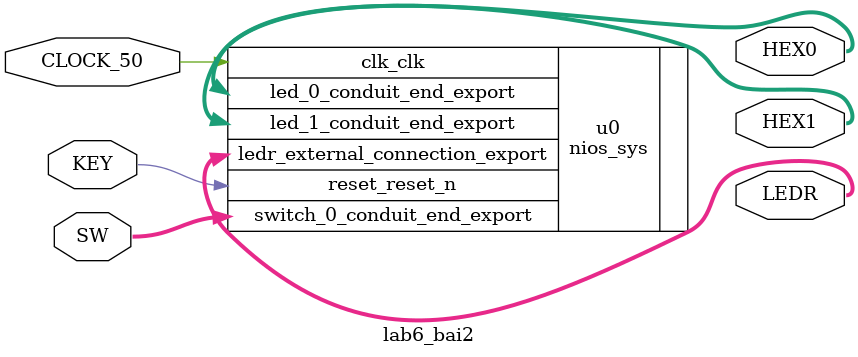
<source format=v>
module lab6_bai2 (
    input         CLOCK_50,
    input  [0:0]  KEY,
    input  [15:0] SW,
    output [15:0] LEDR,
	 output [6:0] HEX0,
	 output [6:0] HEX1
);

    nios_sys u0 (
        .clk_clk                         (CLOCK_50),                         //                      clk.clk
        .reset_reset_n                   (KEY[0]),                   //                    reset.reset_n
        .led_1_conduit_end_export        (HEX1),        //        led_1_conduit_end.export
        .switch_0_conduit_end_export     (SW),     //     switch_0_conduit_end.export
        .led_0_conduit_end_export        (HEX0),        //        led_0_conduit_end.export
        .ledr_external_connection_export (LEDR)  // ledr_external_connection.export
    );

endmodule

</source>
